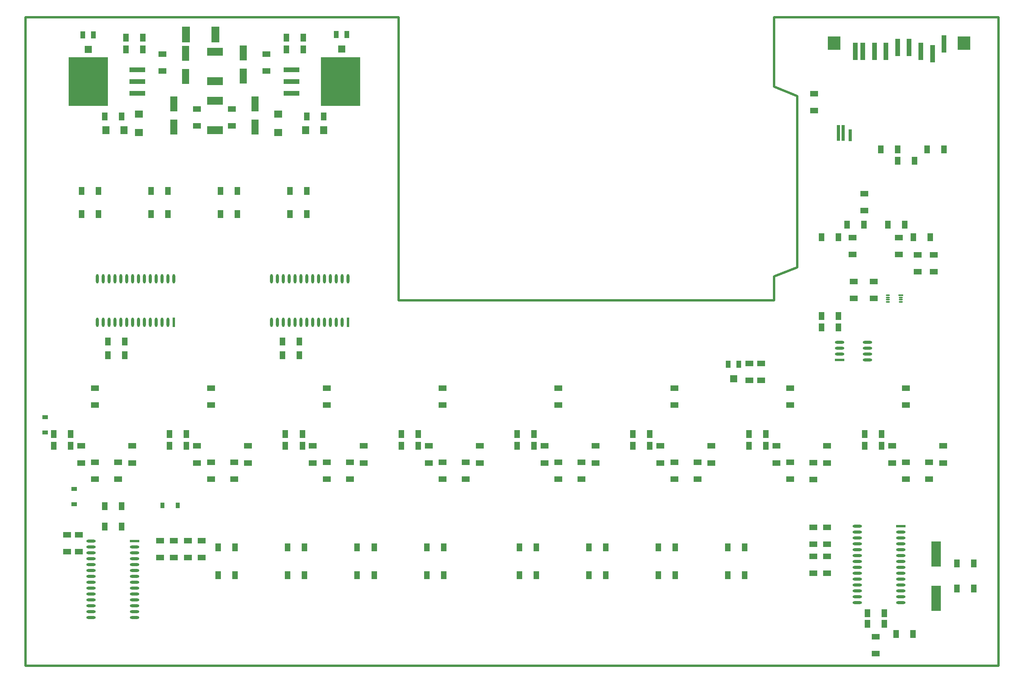
<source format=gbp>
%FSLAX25Y25*%
%MOIN*%
G70*
G01*
G75*
G04 Layer_Color=128*
%ADD10C,0.01181*%
%ADD11C,0.03937*%
%ADD12C,0.01575*%
%ADD13C,0.00787*%
%ADD14C,0.02756*%
%ADD15C,0.02953*%
%ADD16C,0.01000*%
%ADD17C,0.01969*%
%ADD18C,0.03937*%
%ADD19C,0.01575*%
%ADD20C,0.11811*%
%ADD21C,0.15748*%
%ADD22C,0.06299*%
%ADD23C,0.04724*%
%ADD24C,0.05906*%
%ADD25R,0.05906X0.05906*%
%ADD26C,0.07874*%
%ADD27R,0.11024X0.14173*%
%ADD28C,0.02756*%
%ADD29R,0.06693X0.04921*%
%ADD30R,0.04803X0.03583*%
%ADD31R,0.03583X0.04803*%
%ADD32R,0.06575X0.06496*%
%ADD33R,0.06496X0.06575*%
%ADD34R,0.13386X0.06890*%
%ADD35R,0.06890X0.13386*%
%ADD36R,0.04921X0.06693*%
%ADD37R,0.07874X0.02362*%
%ADD38O,0.07874X0.02362*%
%ADD39R,0.07874X0.21654*%
%ADD40R,0.02756X0.09843*%
%ADD41R,0.02559X0.13780*%
%ADD42R,0.04331X0.14921*%
%ADD43R,0.10630X0.11811*%
%ADD44R,0.03937X0.01181*%
%ADD45O,0.03937X0.01181*%
%ADD46R,0.06299X0.06299*%
%ADD47R,0.04331X0.06299*%
%ADD48O,0.02362X0.07874*%
%ADD49R,0.02362X0.07874*%
%ADD50R,0.06299X0.12598*%
%ADD51R,0.33465X0.41732*%
%ADD52R,0.13386X0.03937*%
%ADD53C,0.02362*%
%ADD54C,0.11811*%
%ADD55C,0.04737*%
%ADD56C,0.02375*%
%ADD57C,0.12611*%
%ADD58C,0.16548*%
%ADD59C,0.07099*%
%ADD60C,0.05524*%
%ADD61C,0.06706*%
%ADD62R,0.06706X0.06706*%
%ADD63C,0.08674*%
%ADD64R,0.11824X0.14973*%
%ADD65C,0.03556*%
%ADD66R,0.07493X0.05721*%
%ADD67R,0.05603X0.04383*%
%ADD68R,0.04383X0.05603*%
%ADD69R,0.07375X0.07296*%
%ADD70R,0.07296X0.07375*%
%ADD71R,0.14186X0.07690*%
%ADD72R,0.07690X0.14186*%
%ADD73R,0.05721X0.07493*%
%ADD74R,0.08674X0.03162*%
%ADD75O,0.08674X0.03162*%
%ADD76R,0.08674X0.22453*%
%ADD77R,0.03556X0.10642*%
%ADD78R,0.03359X0.14579*%
%ADD79R,0.05131X0.15721*%
%ADD80R,0.11430X0.12611*%
%ADD81R,0.04737X0.01981*%
%ADD82O,0.04737X0.01981*%
%ADD83R,0.07099X0.07099*%
%ADD84R,0.05131X0.07099*%
%ADD85O,0.03162X0.08674*%
%ADD86R,0.03162X0.08674*%
%ADD87R,0.07099X0.13398*%
%ADD88R,0.34265X0.42532*%
%ADD89R,0.14186X0.04737*%
D17*
X-0Y551181D02*
X-0D01*
Y0D02*
Y551181D01*
Y0D02*
X826772D01*
Y551181D01*
X635827D02*
X826772D01*
X635827Y492126D02*
Y551181D01*
X316929Y310630D02*
X635827D01*
X316929D02*
X316929D01*
X316929D02*
Y551181D01*
X-0Y551181D02*
X316929D01*
X655512Y338583D02*
Y484252D01*
X635827Y492126D02*
X655512Y484252D01*
X635827Y310630D02*
Y330709D01*
X635827Y330709D02*
X655512Y338583D01*
D29*
X669994Y486219D02*
D03*
Y471849D02*
D03*
X114173Y91733D02*
D03*
Y106103D02*
D03*
X125984Y91733D02*
D03*
Y106103D02*
D03*
X137795Y91733D02*
D03*
Y106103D02*
D03*
X149606Y91733D02*
D03*
Y106103D02*
D03*
X748032Y158563D02*
D03*
Y172933D02*
D03*
X767717Y158563D02*
D03*
Y172933D02*
D03*
X736221Y186713D02*
D03*
Y172343D02*
D03*
X779528D02*
D03*
Y186713D02*
D03*
X649607Y158563D02*
D03*
Y172933D02*
D03*
X669291Y158170D02*
D03*
Y172540D02*
D03*
X637795Y186713D02*
D03*
Y172343D02*
D03*
X681103D02*
D03*
Y186713D02*
D03*
X551181Y158563D02*
D03*
Y172933D02*
D03*
X570866Y158563D02*
D03*
Y172933D02*
D03*
X539370Y186713D02*
D03*
Y172343D02*
D03*
X582677D02*
D03*
Y186713D02*
D03*
X440945D02*
D03*
Y172343D02*
D03*
X452756Y158563D02*
D03*
Y172933D02*
D03*
X472441Y158563D02*
D03*
Y172933D02*
D03*
X484252Y172343D02*
D03*
Y186713D02*
D03*
X354331Y158563D02*
D03*
Y172933D02*
D03*
X374016Y158563D02*
D03*
Y172933D02*
D03*
X385827Y172343D02*
D03*
Y186713D02*
D03*
X342520D02*
D03*
Y172343D02*
D03*
X244094Y186713D02*
D03*
Y172343D02*
D03*
X287402D02*
D03*
Y186713D02*
D03*
X275591Y158563D02*
D03*
Y172933D02*
D03*
X255906Y158563D02*
D03*
Y172933D02*
D03*
X177165Y158563D02*
D03*
Y172933D02*
D03*
X188977Y172343D02*
D03*
Y186713D02*
D03*
X157481Y158563D02*
D03*
Y172933D02*
D03*
X145669Y186713D02*
D03*
Y172343D02*
D03*
X78740Y158563D02*
D03*
Y172933D02*
D03*
X90551Y172343D02*
D03*
Y186713D02*
D03*
X59055Y158563D02*
D03*
Y172933D02*
D03*
X47244Y186713D02*
D03*
Y172343D02*
D03*
X45276Y111122D02*
D03*
Y96752D02*
D03*
X35433Y96752D02*
D03*
Y111122D02*
D03*
X681103Y103051D02*
D03*
Y117421D02*
D03*
X669291Y103051D02*
D03*
Y117421D02*
D03*
X681103Y92913D02*
D03*
Y78543D02*
D03*
X722441Y24508D02*
D03*
Y10138D02*
D03*
X742126Y349508D02*
D03*
Y363878D02*
D03*
X702756D02*
D03*
Y349508D02*
D03*
X757874Y334941D02*
D03*
Y349311D02*
D03*
X771653Y334941D02*
D03*
Y349311D02*
D03*
X712598Y401280D02*
D03*
Y386910D02*
D03*
X703543Y326477D02*
D03*
Y312106D02*
D03*
X720473Y326477D02*
D03*
Y312107D02*
D03*
X59055Y235925D02*
D03*
Y221555D02*
D03*
X157480Y235925D02*
D03*
Y221555D02*
D03*
X255906Y235925D02*
D03*
Y221555D02*
D03*
X354331Y235925D02*
D03*
Y221555D02*
D03*
X452756Y235925D02*
D03*
Y221555D02*
D03*
X551181Y235925D02*
D03*
Y221555D02*
D03*
X748032Y235925D02*
D03*
Y221555D02*
D03*
X649606Y235925D02*
D03*
Y221555D02*
D03*
X614961Y256792D02*
D03*
Y242421D02*
D03*
X624803Y256792D02*
D03*
Y242421D02*
D03*
X175197Y473327D02*
D03*
Y458957D02*
D03*
X145669Y473327D02*
D03*
Y458957D02*
D03*
X204725Y505414D02*
D03*
Y519784D02*
D03*
X116142Y505414D02*
D03*
Y519784D02*
D03*
X669291Y78543D02*
D03*
Y92913D02*
D03*
D30*
X16535Y211161D02*
D03*
Y198287D02*
D03*
X41339Y137264D02*
D03*
Y150138D02*
D03*
D31*
X129272Y136221D02*
D03*
X116398D02*
D03*
D32*
X96457Y468740D02*
D03*
Y453307D02*
D03*
X214567Y468740D02*
D03*
Y453307D02*
D03*
D33*
X68268Y455118D02*
D03*
X83701D02*
D03*
X253386Y455118D02*
D03*
X237953D02*
D03*
D34*
X161024Y480236D02*
D03*
Y455197D02*
D03*
Y521969D02*
D03*
Y496929D02*
D03*
D35*
X161339Y536614D02*
D03*
X136299D02*
D03*
D36*
X178051Y100394D02*
D03*
X163681D02*
D03*
X237106D02*
D03*
X222736D02*
D03*
X296162D02*
D03*
X281791D02*
D03*
X355217Y100394D02*
D03*
X340846D02*
D03*
X433957D02*
D03*
X419587D02*
D03*
X493012Y100394D02*
D03*
X478642D02*
D03*
X552067D02*
D03*
X537697D02*
D03*
X611122D02*
D03*
X596752D02*
D03*
X611122Y76772D02*
D03*
X596752D02*
D03*
X552067D02*
D03*
X537697D02*
D03*
X493012D02*
D03*
X478642D02*
D03*
X433957D02*
D03*
X419587D02*
D03*
X355217D02*
D03*
X340846D02*
D03*
X296162D02*
D03*
X281791D02*
D03*
X237106D02*
D03*
X222736D02*
D03*
X178051D02*
D03*
X163681D02*
D03*
X239075Y403544D02*
D03*
X224705D02*
D03*
X239075Y383858D02*
D03*
X224705D02*
D03*
X180020D02*
D03*
X165650D02*
D03*
X180020Y403543D02*
D03*
X165650D02*
D03*
X120965D02*
D03*
X106595D02*
D03*
X120965Y383859D02*
D03*
X106595D02*
D03*
X61910D02*
D03*
X47539D02*
D03*
X61910Y403543D02*
D03*
X47539D02*
D03*
X712894Y187008D02*
D03*
X727264D02*
D03*
X712894Y196851D02*
D03*
X727264D02*
D03*
X614468Y187008D02*
D03*
X628838D02*
D03*
X614468Y196851D02*
D03*
X628838D02*
D03*
X516043D02*
D03*
X530413D02*
D03*
X516043Y187008D02*
D03*
X530413D02*
D03*
X417618D02*
D03*
X431988D02*
D03*
X417618Y196851D02*
D03*
X431988D02*
D03*
X319193Y187008D02*
D03*
X333563D02*
D03*
X319193Y196851D02*
D03*
X333563D02*
D03*
X220768Y187008D02*
D03*
X235138D02*
D03*
X220768Y196851D02*
D03*
X235138D02*
D03*
X122343Y187008D02*
D03*
X136713D02*
D03*
X122343Y196851D02*
D03*
X136713D02*
D03*
X23918Y187008D02*
D03*
X38287D02*
D03*
X23918Y196851D02*
D03*
X38287D02*
D03*
X67225Y135433D02*
D03*
X81595D02*
D03*
X67225Y118110D02*
D03*
X81595D02*
D03*
X805610Y65355D02*
D03*
X791240D02*
D03*
X805610Y87008D02*
D03*
X791240D02*
D03*
X715256Y44488D02*
D03*
X729626D02*
D03*
X715256Y35433D02*
D03*
X729626D02*
D03*
X754036Y26772D02*
D03*
X739666D02*
D03*
X746949Y374803D02*
D03*
X732579D02*
D03*
X768602Y364174D02*
D03*
X754232D02*
D03*
X697933Y374803D02*
D03*
X712303D02*
D03*
X676280Y364173D02*
D03*
X690650D02*
D03*
X740846Y429134D02*
D03*
X755217D02*
D03*
X766044Y438976D02*
D03*
X780413D02*
D03*
X741043Y438977D02*
D03*
X726673D02*
D03*
X690650Y287402D02*
D03*
X676280D02*
D03*
X690650Y297244D02*
D03*
X676280D02*
D03*
X218406Y263780D02*
D03*
X232776D02*
D03*
X218406Y275591D02*
D03*
X232776D02*
D03*
X69980Y263780D02*
D03*
X84351D02*
D03*
X69980Y275591D02*
D03*
X84351D02*
D03*
X238878Y466929D02*
D03*
X253248D02*
D03*
X235925Y533859D02*
D03*
X221555D02*
D03*
X235925Y524016D02*
D03*
X221555D02*
D03*
X99705Y533858D02*
D03*
X85335D02*
D03*
Y524016D02*
D03*
X99705D02*
D03*
X81595Y466929D02*
D03*
X67225D02*
D03*
D37*
X92520Y105906D02*
D03*
X743701Y118504D02*
D03*
X691732Y259843D02*
D03*
D38*
X92520Y100906D02*
D03*
Y95906D02*
D03*
Y90906D02*
D03*
Y85906D02*
D03*
Y80906D02*
D03*
Y75906D02*
D03*
Y70906D02*
D03*
Y65906D02*
D03*
Y60906D02*
D03*
Y55906D02*
D03*
Y50906D02*
D03*
Y45906D02*
D03*
Y40906D02*
D03*
X55512Y105906D02*
D03*
Y100906D02*
D03*
Y95906D02*
D03*
Y90906D02*
D03*
Y85906D02*
D03*
Y80906D02*
D03*
Y75906D02*
D03*
Y70906D02*
D03*
Y65906D02*
D03*
Y60906D02*
D03*
Y55906D02*
D03*
Y50906D02*
D03*
Y45906D02*
D03*
Y40906D02*
D03*
X743701Y113504D02*
D03*
Y108504D02*
D03*
Y103504D02*
D03*
Y98504D02*
D03*
Y93504D02*
D03*
Y88504D02*
D03*
Y83504D02*
D03*
Y78504D02*
D03*
Y73504D02*
D03*
Y68504D02*
D03*
Y63504D02*
D03*
Y58504D02*
D03*
Y53504D02*
D03*
X706693Y118504D02*
D03*
Y113504D02*
D03*
Y108504D02*
D03*
Y103504D02*
D03*
Y98504D02*
D03*
Y93504D02*
D03*
Y88504D02*
D03*
Y83504D02*
D03*
Y78504D02*
D03*
Y73504D02*
D03*
Y68504D02*
D03*
Y63504D02*
D03*
Y58504D02*
D03*
Y53504D02*
D03*
X715354Y274843D02*
D03*
Y269843D02*
D03*
Y264843D02*
D03*
Y259843D02*
D03*
X691732Y274843D02*
D03*
Y269843D02*
D03*
Y264843D02*
D03*
D39*
X773622Y57284D02*
D03*
Y94685D02*
D03*
D40*
X700591Y450984D02*
D03*
D41*
X694685Y452953D02*
D03*
X690748D02*
D03*
D42*
X705118Y522244D02*
D03*
X711417D02*
D03*
X721260D02*
D03*
X731102D02*
D03*
X740945Y525394D02*
D03*
X750787D02*
D03*
X760630Y522244D02*
D03*
X770472Y520276D02*
D03*
X780315Y528544D02*
D03*
D43*
X686811Y529331D02*
D03*
X797441D02*
D03*
D44*
X743701Y314961D02*
D03*
D45*
Y312993D02*
D03*
Y311024D02*
D03*
Y309055D02*
D03*
X732677Y314961D02*
D03*
Y312993D02*
D03*
Y311024D02*
D03*
Y309055D02*
D03*
D46*
X601575Y243898D02*
D03*
X268504Y524213D02*
D03*
X53150Y523819D02*
D03*
D47*
X597047Y256103D02*
D03*
X606102D02*
D03*
X263977Y536418D02*
D03*
X273032D02*
D03*
X48622Y536024D02*
D03*
X57677D02*
D03*
D48*
X209016Y328740D02*
D03*
X214016D02*
D03*
X219016D02*
D03*
X224016D02*
D03*
X229016D02*
D03*
X234016D02*
D03*
X239016D02*
D03*
X244016D02*
D03*
X249016D02*
D03*
X254016D02*
D03*
X259016D02*
D03*
X264016D02*
D03*
X269016D02*
D03*
X274016D02*
D03*
X209016Y291732D02*
D03*
X214016D02*
D03*
X219016D02*
D03*
X224016D02*
D03*
X229016D02*
D03*
X234016D02*
D03*
X239016D02*
D03*
X244016D02*
D03*
X249016D02*
D03*
X254016D02*
D03*
X259016D02*
D03*
X264016D02*
D03*
X269016D02*
D03*
X60984Y328740D02*
D03*
X65984D02*
D03*
X70984D02*
D03*
X75984D02*
D03*
X80984D02*
D03*
X85984D02*
D03*
X90984D02*
D03*
X95984D02*
D03*
X100984D02*
D03*
X105984D02*
D03*
X110984D02*
D03*
X115984D02*
D03*
X120984D02*
D03*
X125984D02*
D03*
X60984Y291733D02*
D03*
X65984D02*
D03*
X70984D02*
D03*
X75984D02*
D03*
X80984D02*
D03*
X85984D02*
D03*
X90984D02*
D03*
X95984D02*
D03*
X100984D02*
D03*
X105984D02*
D03*
X110984D02*
D03*
X115984D02*
D03*
X120984D02*
D03*
D49*
X274016Y291732D02*
D03*
X125984Y291733D02*
D03*
D50*
X194882Y457874D02*
D03*
Y477559D02*
D03*
X185039Y520866D02*
D03*
Y501181D02*
D03*
X135827Y520473D02*
D03*
Y500788D02*
D03*
X125984Y457874D02*
D03*
Y477559D02*
D03*
D51*
X267717Y496457D02*
D03*
X53150D02*
D03*
D52*
X225984Y486457D02*
D03*
Y496457D02*
D03*
Y506457D02*
D03*
X94882D02*
D03*
Y496457D02*
D03*
Y486457D02*
D03*
M02*

</source>
